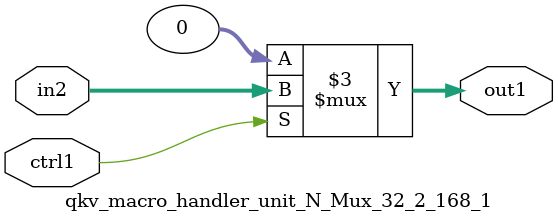
<source format=v>

`timescale 1ps / 1ps


module qkv_macro_handler_unit_N_Mux_32_2_168_1( in2, ctrl1, out1 );

    input [31:0] in2;
    input ctrl1;
    output [31:0] out1;
    reg [31:0] out1;

    
    // rtl_process:qkv_macro_handler_unit_N_Mux_32_2_168_1/qkv_macro_handler_unit_N_Mux_32_2_168_1_thread_1
    always @*
      begin : qkv_macro_handler_unit_N_Mux_32_2_168_1_thread_1
        case (ctrl1) 
          1'b1: 
            begin
              out1 = in2;
            end
          default: 
            begin
              out1 = 32'd0000000000;
            end
        endcase
      end

endmodule



</source>
